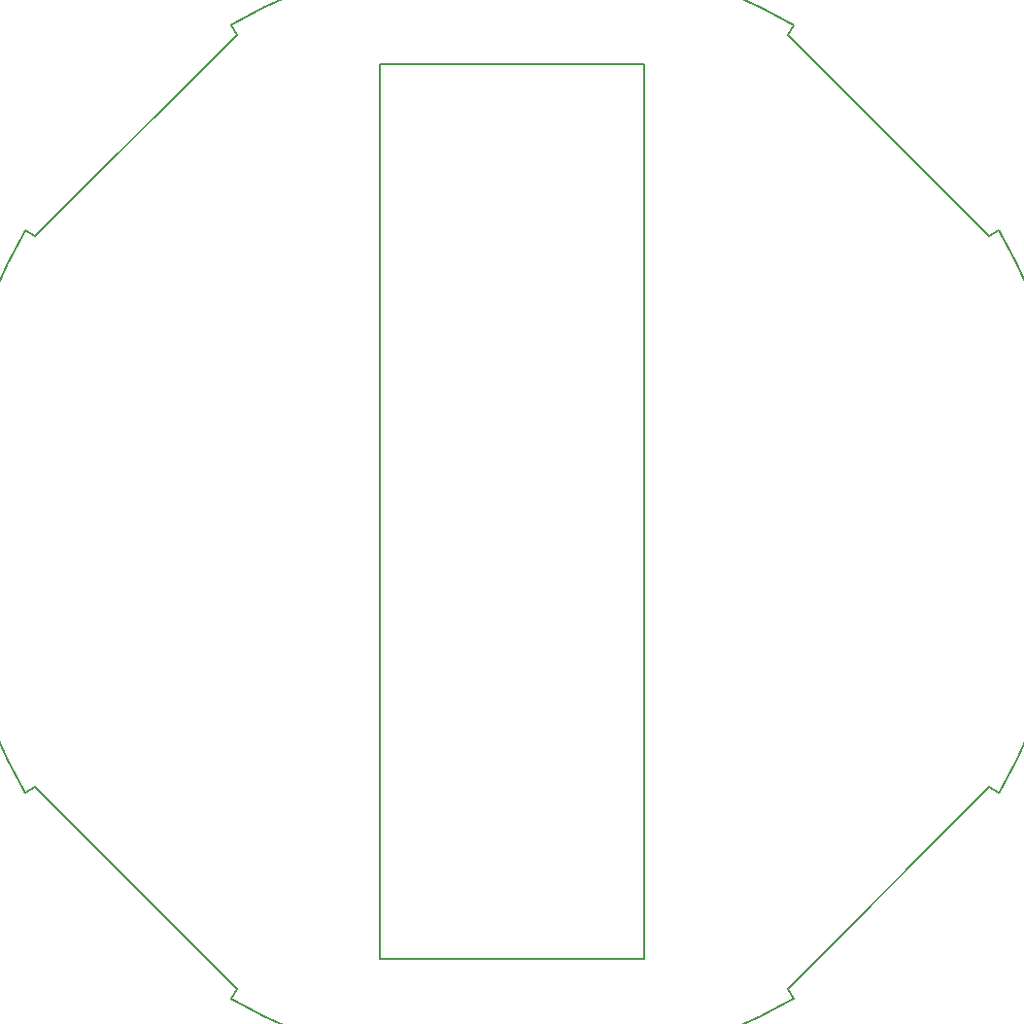
<source format=gbr>
%TF.GenerationSoftware,KiCad,Pcbnew,7.0.10*%
%TF.CreationDate,2024-02-07T14:19:04-05:00*%
%TF.ProjectId,board_down,626f6172-645f-4646-9f77-6e2e6b696361,rev?*%
%TF.SameCoordinates,Original*%
%TF.FileFunction,Profile,NP*%
%FSLAX46Y46*%
G04 Gerber Fmt 4.6, Leading zero omitted, Abs format (unit mm)*
G04 Created by KiCad (PCBNEW 7.0.10) date 2024-02-07 14:19:04*
%MOMM*%
%LPD*%
G01*
G04 APERTURE LIST*
%TA.AperFunction,Profile*%
%ADD10C,0.150000*%
%TD*%
G04 APERTURE END LIST*
D10*
X73960000Y-7095000D02*
X73460000Y-7961000D01*
X60960000Y-10530000D02*
X60960000Y-88530000D01*
X24960000Y-7095000D02*
X25460000Y-7961000D01*
X7025001Y-25030000D02*
G75*
G03*
X7025001Y-74030000I42435239J-24500000D01*
G01*
X25460000Y-7961000D02*
X7891000Y-25530000D01*
X37960000Y-10530000D02*
X37960000Y-88530000D01*
X91029000Y-25530000D02*
X91895000Y-25030000D01*
X73460000Y-91099000D02*
X73960000Y-91965000D01*
X91029000Y-73530000D02*
X73460000Y-91099000D01*
X37960000Y-88530000D02*
X60960000Y-88530000D01*
X91895000Y-74030000D02*
X91029000Y-73530000D01*
X73960000Y-7095000D02*
G75*
G03*
X24960000Y-7095000I-24500000J-42435246D01*
G01*
X7025000Y-25030000D02*
X7891000Y-25530000D01*
X25460000Y-91099000D02*
X7891000Y-73530000D01*
X91895000Y-74030000D02*
G75*
G03*
X91895000Y-25030000I-42435250J24500000D01*
G01*
X37960000Y-10530000D02*
X60960000Y-10530000D01*
X24960000Y-91965000D02*
G75*
G03*
X73960000Y-91965000I24500000J42435246D01*
G01*
X73460000Y-7961000D02*
X91029000Y-25530000D01*
X7891000Y-73530000D02*
X7025000Y-74030000D01*
X24960000Y-91965000D02*
X25460000Y-91099000D01*
M02*

</source>
